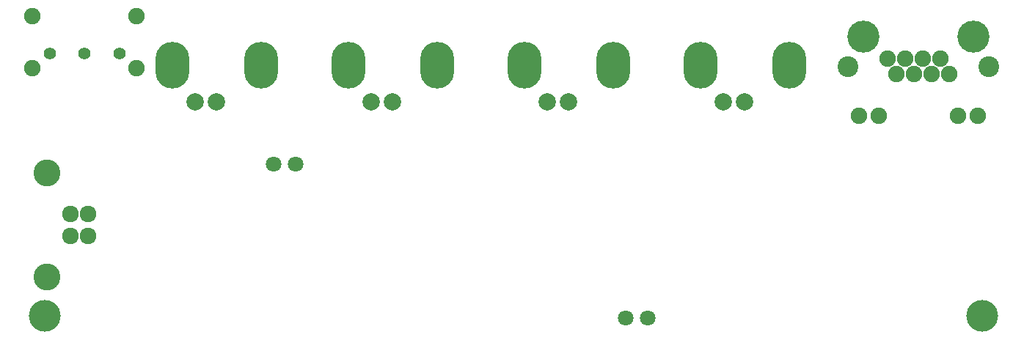
<source format=gbs>
G04 #@! TF.FileFunction,Soldermask,Bot*
%FSLAX46Y46*%
G04 Gerber Fmt 4.6, Leading zero omitted, Abs format (unit mm)*
G04 Created by KiCad (PCBNEW 4.0.4+e1-6308~48~ubuntu14.04.1-stable) date Mon Jan  9 14:38:12 2017*
%MOMM*%
%LPD*%
G01*
G04 APERTURE LIST*
%ADD10C,0.100000*%
%ADD11O,3.900120X5.401260*%
%ADD12C,2.000200*%
%ADD13C,1.797000*%
%ADD14C,2.400000*%
%ADD15C,1.901140*%
%ADD16C,3.700000*%
%ADD17C,1.900000*%
%ADD18C,1.400000*%
%ADD19C,1.924000*%
%ADD20C,3.100020*%
%ADD21C,3.670000*%
G04 APERTURE END LIST*
D10*
D11*
X143492220Y-62966600D03*
X153690320Y-62966600D03*
D12*
X148590000Y-67231260D03*
X146090640Y-67231260D03*
D11*
X163812220Y-62966600D03*
X174010320Y-62966600D03*
D12*
X168910000Y-67231260D03*
X166410640Y-67231260D03*
D11*
X123172220Y-62966600D03*
X133370320Y-62966600D03*
D12*
X128270000Y-67231260D03*
X125770640Y-67231260D03*
D11*
X102852220Y-62966600D03*
X113050320Y-62966600D03*
D12*
X107950000Y-67231260D03*
X105450640Y-67231260D03*
D13*
X114554000Y-74422000D03*
X117094000Y-74422000D03*
X155194000Y-92202000D03*
X157734000Y-92202000D03*
D14*
X197104000Y-63119000D03*
D15*
X182118000Y-68834000D03*
X184404000Y-68834000D03*
X193548000Y-68834000D03*
X195834000Y-68834000D03*
X192532000Y-64008000D03*
X190500000Y-64008000D03*
X188468000Y-64008000D03*
X186436000Y-64008000D03*
X189484000Y-62230000D03*
X187452000Y-62230000D03*
X191516000Y-62230000D03*
X185420000Y-62230000D03*
D16*
X182626000Y-59690000D03*
X195326000Y-59690000D03*
D14*
X180848000Y-63119000D03*
D17*
X98710000Y-57325000D03*
X86710000Y-63325000D03*
X98710000Y-63325000D03*
X86710000Y-57325000D03*
D18*
X88710000Y-61575000D03*
X92710000Y-61575000D03*
X96710000Y-61575000D03*
D19*
X93091000Y-80167480D03*
X93091000Y-82707480D03*
X91092020Y-82707480D03*
X91092020Y-80167480D03*
D20*
X88392000Y-75438000D03*
X88392000Y-87436960D03*
D21*
X196342000Y-91948000D03*
X88138000Y-91948000D03*
M02*

</source>
